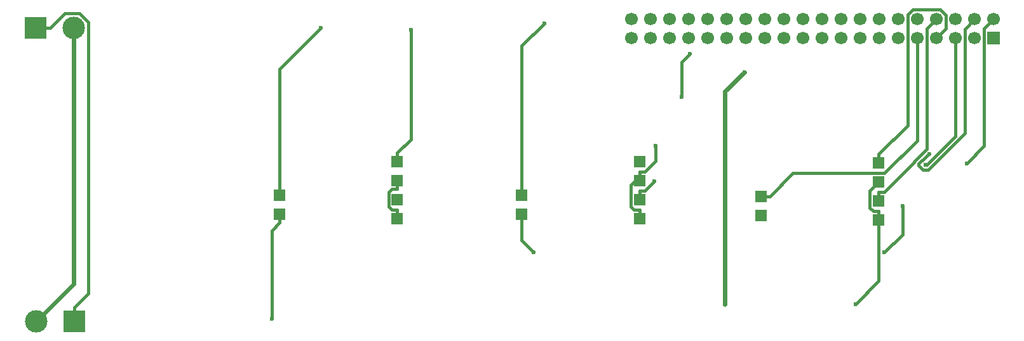
<source format=gbr>
%TF.GenerationSoftware,KiCad,Pcbnew,9.0.2*%
%TF.CreationDate,2025-06-30T20:10:24+02:00*%
%TF.ProjectId,fl-ctl,666c2d63-746c-42e6-9b69-6361645f7063,rev?*%
%TF.SameCoordinates,Original*%
%TF.FileFunction,Copper,L2,Bot*%
%TF.FilePolarity,Positive*%
%FSLAX46Y46*%
G04 Gerber Fmt 4.6, Leading zero omitted, Abs format (unit mm)*
G04 Created by KiCad (PCBNEW 9.0.2) date 2025-06-30 20:10:24*
%MOMM*%
%LPD*%
G01*
G04 APERTURE LIST*
%TA.AperFunction,ComponentPad*%
%ADD10R,3.000000X3.000000*%
%TD*%
%TA.AperFunction,ComponentPad*%
%ADD11C,3.000000*%
%TD*%
%TA.AperFunction,ComponentPad*%
%ADD12R,1.700000X1.700000*%
%TD*%
%TA.AperFunction,ComponentPad*%
%ADD13C,1.700000*%
%TD*%
%TA.AperFunction,ComponentPad*%
%ADD14R,1.500000X1.500000*%
%TD*%
%TA.AperFunction,ViaPad*%
%ADD15C,0.600000*%
%TD*%
%TA.AperFunction,Conductor*%
%ADD16C,0.400000*%
%TD*%
%TA.AperFunction,Conductor*%
%ADD17C,0.600000*%
%TD*%
G04 APERTURE END LIST*
D10*
%TO.P,J7,1,Pin_1*%
%TO.N,GND*%
X93450000Y-120200000D03*
D11*
%TO.P,J7,2,Pin_2*%
%TO.N,+12V*%
X88370000Y-120200000D03*
%TD*%
D12*
%TO.P,J2,1,Pin_1*%
%TO.N,Net-(J2-Pin_1)*%
X215980000Y-82340000D03*
D13*
%TO.P,J2,2,Pin_2*%
%TO.N,Net-(J2-Pin_2)*%
X215980000Y-79800000D03*
%TO.P,J2,3,Pin_3*%
%TO.N,Net-(J2-Pin_3)*%
X213440000Y-82340000D03*
%TO.P,J2,4,Pin_4*%
%TO.N,Net-(J2-Pin_4)*%
X213440000Y-79800000D03*
%TO.P,J2,5,Pin_5*%
%TO.N,Net-(J2-Pin_5)*%
X210900000Y-82340000D03*
%TO.P,J2,6,Pin_6*%
%TO.N,Net-(J2-Pin_6)*%
X210900000Y-79800000D03*
%TO.P,J2,7,Pin_7*%
%TO.N,Net-(J2-Pin_7)*%
X208360000Y-82340000D03*
%TO.P,J2,8,Pin_8*%
%TO.N,Net-(J2-Pin_8)*%
X208360000Y-79800000D03*
%TO.P,J2,9,Pin_9*%
%TO.N,Net-(J2-Pin_9)*%
X205820000Y-82340000D03*
%TO.P,J2,10,Pin_10*%
%TO.N,unconnected-(J2-Pin_10-Pad10)*%
X205820000Y-79800000D03*
%TO.P,J2,11,Pin_11*%
%TO.N,unconnected-(J2-Pin_11-Pad11)*%
X203280000Y-82340000D03*
%TO.P,J2,12,Pin_12*%
%TO.N,unconnected-(J2-Pin_12-Pad12)*%
X203280000Y-79800000D03*
%TO.P,J2,13,Pin_13*%
%TO.N,unconnected-(J2-Pin_13-Pad13)*%
X200740000Y-82340000D03*
%TO.P,J2,14,Pin_14*%
%TO.N,unconnected-(J2-Pin_14-Pad14)*%
X200740000Y-79800000D03*
%TO.P,J2,15,Pin_15*%
%TO.N,unconnected-(J2-Pin_15-Pad15)*%
X198200000Y-82340000D03*
%TO.P,J2,16,Pin_16*%
%TO.N,unconnected-(J2-Pin_16-Pad16)*%
X198200000Y-79800000D03*
%TO.P,J2,17,Pin_17*%
%TO.N,unconnected-(J2-Pin_17-Pad17)*%
X195660000Y-82340000D03*
%TO.P,J2,18,Pin_18*%
%TO.N,unconnected-(J2-Pin_18-Pad18)*%
X195660000Y-79800000D03*
%TO.P,J2,19,Pin_19*%
%TO.N,unconnected-(J2-Pin_19-Pad19)*%
X193120000Y-82340000D03*
%TO.P,J2,20,Pin_20*%
%TO.N,unconnected-(J2-Pin_20-Pad20)*%
X193120000Y-79800000D03*
%TO.P,J2,21,Pin_21*%
%TO.N,unconnected-(J2-Pin_21-Pad21)*%
X190580000Y-82340000D03*
%TO.P,J2,22,Pin_22*%
%TO.N,unconnected-(J2-Pin_22-Pad22)*%
X190580000Y-79800000D03*
%TO.P,J2,23,Pin_23*%
%TO.N,unconnected-(J2-Pin_23-Pad23)*%
X188040000Y-82340000D03*
%TO.P,J2,24,Pin_24*%
%TO.N,unconnected-(J2-Pin_24-Pad24)*%
X188040000Y-79800000D03*
%TO.P,J2,25,Pin_25*%
%TO.N,unconnected-(J2-Pin_25-Pad25)*%
X185500000Y-82340000D03*
%TO.P,J2,26,Pin_26*%
%TO.N,unconnected-(J2-Pin_26-Pad26)*%
X185500000Y-79800000D03*
%TO.P,J2,27,Pin_27*%
%TO.N,unconnected-(J2-Pin_27-Pad27)*%
X182960000Y-82340000D03*
%TO.P,J2,28,Pin_28*%
%TO.N,unconnected-(J2-Pin_28-Pad28)*%
X182960000Y-79800000D03*
%TO.P,J2,29,Pin_29*%
%TO.N,unconnected-(J2-Pin_29-Pad29)*%
X180420000Y-82340000D03*
%TO.P,J2,30,Pin_30*%
%TO.N,unconnected-(J2-Pin_30-Pad30)*%
X180420000Y-79800000D03*
%TO.P,J2,31,Pin_31*%
%TO.N,unconnected-(J2-Pin_31-Pad31)*%
X177880000Y-82340000D03*
%TO.P,J2,32,Pin_32*%
%TO.N,unconnected-(J2-Pin_32-Pad32)*%
X177880000Y-79800000D03*
%TO.P,J2,33,Pin_33*%
%TO.N,unconnected-(J2-Pin_33-Pad33)*%
X175340000Y-82340000D03*
%TO.P,J2,34,Pin_34*%
%TO.N,unconnected-(J2-Pin_34-Pad34)*%
X175340000Y-79800000D03*
%TO.P,J2,35,Pin_35*%
%TO.N,unconnected-(J2-Pin_35-Pad35)*%
X172800000Y-82340000D03*
%TO.P,J2,36,Pin_36*%
%TO.N,unconnected-(J2-Pin_36-Pad36)*%
X172800000Y-79800000D03*
%TO.P,J2,37,Pin_37*%
%TO.N,unconnected-(J2-Pin_37-Pad37)*%
X170260000Y-82340000D03*
%TO.P,J2,38,Pin_38*%
%TO.N,unconnected-(J2-Pin_38-Pad38)*%
X170260000Y-79800000D03*
%TO.P,J2,39,Pin_39*%
%TO.N,unconnected-(J2-Pin_39-Pad39)*%
X167720000Y-82340000D03*
%TO.P,J2,40,Pin_40*%
%TO.N,unconnected-(J2-Pin_40-Pad40)*%
X167720000Y-79800000D03*
%TD*%
D14*
%TO.P,KR2,1,+5V_TOP_LED*%
%TO.N,Net-(J2-Pin_4)*%
X168800000Y-98800000D03*
%TO.P,KR2,2,GND_TOP_LED*%
%TO.N,GND*%
X168800000Y-101340000D03*
%TO.P,KR2,3,+5V_BOTTOM_LED*%
%TO.N,Net-(J2-Pin_5)*%
X168800000Y-103880000D03*
%TO.P,KR2,4,GND_BOTTOM_LED*%
%TO.N,GND*%
X168800000Y-106420000D03*
%TO.P,KR2,5,SW_IN*%
%TO.N,Net-(J2-Pin_6)*%
X153100000Y-103300000D03*
%TO.P,KR2,6,SW_OUT*%
%TO.N,GND*%
X153100000Y-105840000D03*
%TD*%
%TO.P,KR1,1,+5V_TOP_LED*%
%TO.N,Net-(J2-Pin_1)*%
X136500000Y-98800000D03*
%TO.P,KR1,2,GND_TOP_LED*%
%TO.N,GND*%
X136500000Y-101340000D03*
%TO.P,KR1,3,+5V_BOTTOM_LED*%
%TO.N,Net-(J2-Pin_2)*%
X136500000Y-103880000D03*
%TO.P,KR1,4,GND_BOTTOM_LED*%
%TO.N,GND*%
X136500000Y-106420000D03*
%TO.P,KR1,5,SW_IN*%
%TO.N,Net-(J2-Pin_3)*%
X120800000Y-103300000D03*
%TO.P,KR1,6,SW_OUT*%
%TO.N,GND*%
X120800000Y-105840000D03*
%TD*%
%TO.P,KR3,1,+5V_TOP_LED*%
%TO.N,Net-(J2-Pin_7)*%
X200700000Y-99000000D03*
%TO.P,KR3,2,GND_TOP_LED*%
%TO.N,GND*%
X200700000Y-101540000D03*
%TO.P,KR3,3,+5V_BOTTOM_LED*%
%TO.N,Net-(J2-Pin_8)*%
X200700000Y-104080000D03*
%TO.P,KR3,4,GND_BOTTOM_LED*%
%TO.N,GND*%
X200700000Y-106620000D03*
%TO.P,KR3,5,SW_IN*%
%TO.N,Net-(J2-Pin_9)*%
X185000000Y-103500000D03*
%TO.P,KR3,6,SW_OUT*%
%TO.N,GND*%
X185000000Y-106040000D03*
%TD*%
D10*
%TO.P,J1,1,Pin_1*%
%TO.N,GND*%
X88320000Y-81000000D03*
D11*
%TO.P,J1,2,Pin_2*%
%TO.N,+12V*%
X93400000Y-81000000D03*
%TD*%
D15*
%TO.N,Net-(J2-Pin_5)*%
X206922900Y-99217200D03*
X170773200Y-101416500D03*
%TO.N,Net-(J2-Pin_4)*%
X207475500Y-97830300D03*
%TO.N,Net-(J2-Pin_6)*%
X156090800Y-80327900D03*
%TO.N,Net-(J2-Pin_1)*%
X138311000Y-81251300D03*
%TO.N,Net-(J2-Pin_3)*%
X126325300Y-80966000D03*
%TO.N,Net-(J2-Pin_2)*%
X212393500Y-99057500D03*
%TO.N,GND*%
X170969500Y-96716000D03*
X197577000Y-117876300D03*
X154701500Y-110943300D03*
X119767000Y-119831400D03*
%TO.N,Net-(D13-K)*%
X203852800Y-104773400D03*
X201461000Y-110928300D03*
%TO.N,Net-(D5-K)*%
X175522200Y-84446400D03*
X174441700Y-90154400D03*
%TO.N,+12V*%
X180207500Y-117906700D03*
X182760500Y-86875800D03*
X93400000Y-102025200D03*
X180207500Y-104992900D03*
%TD*%
D16*
%TO.N,Net-(J2-Pin_9)*%
X205820000Y-96011600D02*
X205820000Y-82340000D01*
X201443300Y-100388300D02*
X205820000Y-96011600D01*
X189263400Y-100388300D02*
X201443300Y-100388300D01*
X186151700Y-103500000D02*
X189263400Y-100388300D01*
X185000000Y-103500000D02*
X186151700Y-103500000D01*
%TO.N,Net-(J2-Pin_7)*%
X200700000Y-99000000D02*
X200700000Y-97848300D01*
X204550000Y-93998300D02*
X200700000Y-97848300D01*
X204550000Y-79222200D02*
X204550000Y-93998300D01*
X205232700Y-78539500D02*
X204550000Y-79222200D01*
X208873800Y-78539500D02*
X205232700Y-78539500D01*
X209630000Y-79295700D02*
X208873800Y-78539500D01*
X209630000Y-81070000D02*
X209630000Y-79295700D01*
X208360000Y-82340000D02*
X209630000Y-81070000D01*
%TO.N,Net-(J2-Pin_8)*%
X200700000Y-104080000D02*
X200700000Y-102928300D01*
X201385400Y-102928300D02*
X200700000Y-102928300D01*
X205365400Y-98948300D02*
X201385400Y-102928300D01*
X205365400Y-98826200D02*
X205365400Y-98948300D01*
X207090000Y-97101600D02*
X205365400Y-98826200D01*
X207090000Y-81070000D02*
X207090000Y-97101600D01*
X208360000Y-79800000D02*
X207090000Y-81070000D01*
%TO.N,Net-(J2-Pin_5)*%
X168800000Y-103880000D02*
X168800000Y-102728300D01*
X207086900Y-99217200D02*
X206922900Y-99217200D01*
X210900000Y-95404100D02*
X207086900Y-99217200D01*
X210900000Y-82340000D02*
X210900000Y-95404100D01*
X169519800Y-102728300D02*
X168800000Y-102728300D01*
X170773200Y-101474900D02*
X169519800Y-102728300D01*
X170773200Y-101416500D02*
X170773200Y-101474900D01*
%TO.N,Net-(J2-Pin_4)*%
X212151700Y-81088300D02*
X213440000Y-79800000D01*
X212151700Y-95044300D02*
X212151700Y-81088300D01*
X207272300Y-99923700D02*
X212151700Y-95044300D01*
X206551900Y-99923700D02*
X207272300Y-99923700D01*
X205967100Y-99338900D02*
X206551900Y-99923700D01*
X205967100Y-99075300D02*
X205967100Y-99338900D01*
X206378300Y-98664100D02*
X205967100Y-99075300D01*
X206483800Y-98664100D02*
X206378300Y-98664100D01*
X207317600Y-97830300D02*
X206483800Y-98664100D01*
X207475500Y-97830300D02*
X207317600Y-97830300D01*
%TO.N,Net-(J2-Pin_6)*%
X153100000Y-83318700D02*
X153100000Y-103300000D01*
X156090800Y-80327900D02*
X153100000Y-83318700D01*
%TO.N,Net-(J2-Pin_1)*%
X138311000Y-95837300D02*
X138311000Y-81251300D01*
X136500000Y-97648300D02*
X138311000Y-95837300D01*
X136500000Y-98800000D02*
X136500000Y-97648300D01*
%TO.N,Net-(J2-Pin_3)*%
X120800000Y-86491300D02*
X120800000Y-103300000D01*
X126325300Y-80966000D02*
X120800000Y-86491300D01*
%TO.N,Net-(J2-Pin_2)*%
X214728300Y-96722700D02*
X212393500Y-99057500D01*
X214728300Y-81051700D02*
X214728300Y-96722700D01*
X215980000Y-79800000D02*
X214728300Y-81051700D01*
%TO.N,GND*%
X135780100Y-102491700D02*
X136500000Y-102491700D01*
X135348300Y-102923500D02*
X135780100Y-102491700D01*
X135348300Y-104836500D02*
X135348300Y-102923500D01*
X135780100Y-105268300D02*
X135348300Y-104836500D01*
X136500000Y-105268300D02*
X135780100Y-105268300D01*
X136500000Y-106420000D02*
X136500000Y-105268300D01*
X136500000Y-101340000D02*
X136500000Y-102491700D01*
X168800000Y-101340000D02*
X168800000Y-100764100D01*
X168800000Y-100764100D02*
X168800000Y-100188300D01*
X168080100Y-105268300D02*
X168800000Y-105268300D01*
X167648300Y-104836500D02*
X168080100Y-105268300D01*
X167648300Y-101915800D02*
X167648300Y-104836500D01*
X168800000Y-100764100D02*
X167648300Y-101915800D01*
X168800000Y-106420000D02*
X168800000Y-105268300D01*
X199511100Y-102728900D02*
X200700000Y-101540000D01*
X199511100Y-104999200D02*
X199511100Y-102728900D01*
X199980200Y-105468300D02*
X199511100Y-104999200D01*
X200700000Y-105468300D02*
X199980200Y-105468300D01*
X200700000Y-106620000D02*
X200700000Y-105468300D01*
X200700000Y-114753300D02*
X200700000Y-106620000D01*
X197577000Y-117876300D02*
X200700000Y-114753300D01*
X88320000Y-81000000D02*
X90221700Y-81000000D01*
X93450000Y-120200000D02*
X93450000Y-118298300D01*
X95315800Y-116432500D02*
X93450000Y-118298300D01*
X95315800Y-80224000D02*
X95315800Y-116432500D01*
X94141800Y-79050000D02*
X95315800Y-80224000D01*
X92171700Y-79050000D02*
X94141800Y-79050000D01*
X90221700Y-81000000D02*
X92171700Y-79050000D01*
X153100000Y-109341800D02*
X154701500Y-110943300D01*
X153100000Y-105840000D02*
X153100000Y-109341800D01*
X119767000Y-108024700D02*
X119767000Y-119831400D01*
X120800000Y-106991700D02*
X119767000Y-108024700D01*
X120800000Y-105840000D02*
X120800000Y-106991700D01*
X169545300Y-100188300D02*
X168800000Y-100188300D01*
X170969500Y-98764100D02*
X169545300Y-100188300D01*
X170969500Y-96716000D02*
X170969500Y-98764100D01*
%TO.N,Net-(D13-K)*%
X203852800Y-108536500D02*
X201461000Y-110928300D01*
X203852800Y-104773400D02*
X203852800Y-108536500D01*
%TO.N,Net-(D5-K)*%
X174441700Y-85526900D02*
X174441700Y-90154400D01*
X175522200Y-84446400D02*
X174441700Y-85526900D01*
D17*
%TO.N,+12V*%
X93400000Y-81000000D02*
X93400000Y-102025200D01*
X93400000Y-115170000D02*
X88370000Y-120200000D01*
X93400000Y-102025200D02*
X93400000Y-115170000D01*
X180207500Y-117906700D02*
X180207500Y-104992900D01*
X180207500Y-89428800D02*
X182760500Y-86875800D01*
X180207500Y-104992900D02*
X180207500Y-89428800D01*
%TD*%
M02*

</source>
